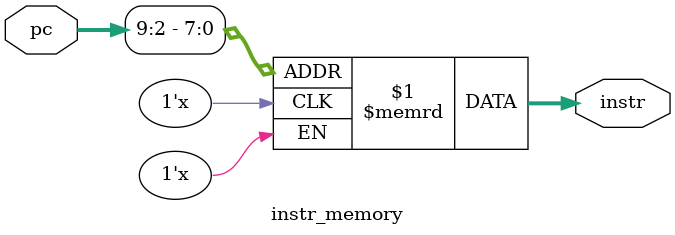
<source format=v>
`timescale 1ns/1ps
module instr_memory(
    input [31:0] pc,
    output [31:0] instr
);
    reg [31:0] mem [0:255];
    initial begin
        // default zero; testbench will overwrite contents or we can keep default sample
        // testbench writes instructions directly by poking mem[] via hierarchical reference
    end
    assign instr = mem[pc[9:2]]; // word aligned index
    // allow testbench to poke mem via hierarchical name
endmodule

</source>
